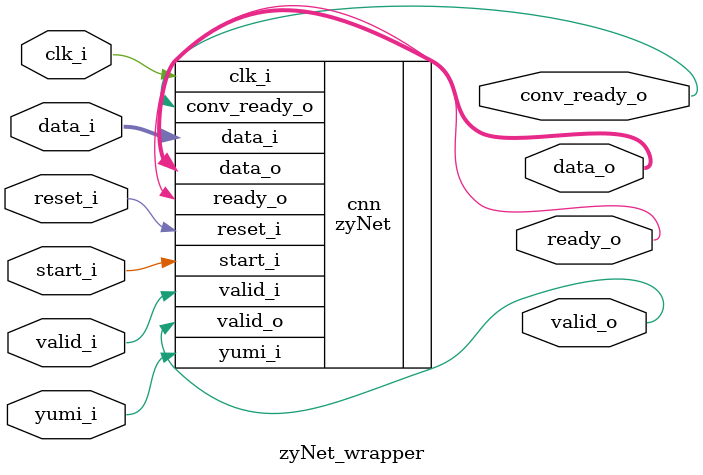
<source format=v>
`timescale 1ns / 1ps
`define VIVADO


module zyNet_wrapper# (
    parameter WORD_SIZE = 16,
    parameter OUTPUT_SIZE = 10
) (
    // top level signals
    input wire clk_i,
    input wire reset_i,
    input wire start_i,
    output wire conv_ready_o,
    
    // helpful handshake in
    input wire [WORD_SIZE-1:0] data_i,
    input wire valid_i,
    output wire ready_o,

    // helpful handshake out
    output wire [OUTPUT_SIZE*WORD_SIZE-1:0] data_o,
    output wire valid_o,
    input wire yumi_i
    );
    
    zyNet cnn (
        .clk_i(clk_i),
        .reset_i(reset_i),
        .start_i(start_i),
        .conv_ready_o(conv_ready_o),
        .data_i(data_i),
        .valid_i(valid_i),
        .ready_o(ready_o),
        .data_o(data_o),
        .valid_o(valid_o),
        .yumi_i(yumi_i)
    );
    
endmodule

</source>
